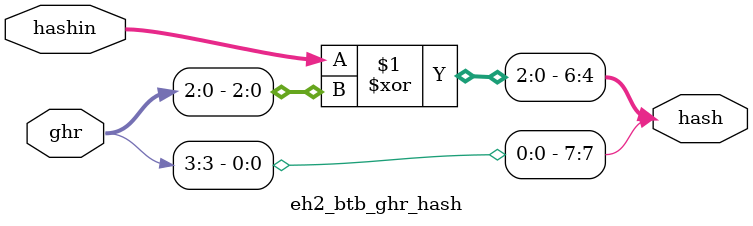
<source format=sv>
module eh2_btb_tag_hash
// #(
//`include "eh2_param.vh"
 //..)
  (
                       input logic [5+9+9+9:5+1] pc,
                       output logic [9-1:0] hash
                       );

    assign hash = {(pc[5+9+9+9:5+9+9+1] ^
                   pc[5+9+9:5+9+1] ^
                   pc[5+9:5+1])};
endmodule

module eh2_btb_tag_hash_fold 
// #(
//`include "eh2_param.vh"
 //)
 (
                       input logic [5+9+9:5+1] pc,
                       output logic [9-1:0] hash
                       );

    assign hash = {(
                   pc[5+9+9:5+9+1] ^
                   pc[5+9:5+1])};

endmodule

module eh2_btb_addr_hash 
// #(
//`include "eh2_param.vh"
 //)
 (
                        input logic [9:4] pc,
                        output logic [5:4] hash
                        );
localparam BTB_USE_SRAM=1;

if(1) begin : fold2
   assign hash[5:4] = pc[5:4] ^
                                                pc[9:8];
end
   else begin

      // overload bit pc[3] onto last bit of hash for sram case
      
      if(BTB_USE_SRAM) begin
        assign hash[5:4+1] = pc[5:4+1] ^
                                                       pc[7:6] ^
                                                       pc[9:8];
         assign hash[3] = pc[3];
      end

      else

        assign hash[5:4] = pc[5:4] ^
                                                     pc[7:6] ^
                                                     pc[9:8];
end

endmodule


module eh2_btb_ghr_hash 
// #(
//`include "eh2_param.vh"
 //)
 (
                       input logic [5:4] hashin,
                       input logic [5-1:0] ghr,
                       output logic [7:4] hash
                       );

   if(1) begin : ghrhash_cfg1
     assign hash[7:4] = { ghr[5-1:5-2], hashin[5:4]^ghr[5-3:0]};
//     assign hash[7:4] = {ghr[8:7], hashin[5:3]^ghr[6:0]};
   end
   else begin : ghrhash_cfg2
// this makes more sense but is lower perf on dhrystone
//     assign hash[7:4] = { hashin[5+2:3]^ghr[5-1:0]};
     assign hash[7:4] = { hashin[5+2:5]^ghr[5-1:2], ghr[1:0]};
   end


endmodule


</source>
